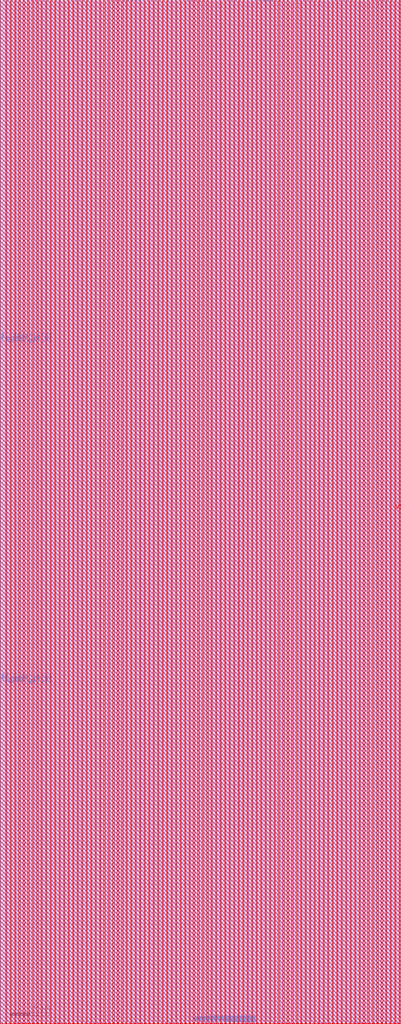
<source format=lef>
# Generated by FakeRAM 2.0
VERSION 5.7 ;
BUSBITCHARS "[]" ;
PROPERTYDEFINITIONS
  MACRO width INTEGER ;
  MACRO depth INTEGER ;
  MACRO banks INTEGER ;
END PROPERTYDEFINITIONS
MACRO fakeram_32x128_2r1w
  PROPERTY width 32 ;
  PROPERTY depth 128 ;
  PROPERTY banks 1 ;
  FOREIGN fakeram_32x128_2r1w 0 0 ;
  SYMMETRY X Y R90 ;
  SIZE 100.380 BY 256.270 ;
  CLASS BLOCK ;
  PIN r0_addr_in[0]
    DIRECTION INPUT ;
    USE SIGNAL ;
    SHAPE ABUTMENT ;
    PORT
      LAYER metal3 ;
      RECT 0.000 84.700 0.070 84.770 ;
    END
  END r0_addr_in[0]
  PIN r0_addr_in[1]
    DIRECTION INPUT ;
    USE SIGNAL ;
    SHAPE ABUTMENT ;
    PORT
      LAYER metal3 ;
      RECT 0.000 84.840 0.070 84.910 ;
    END
  END r0_addr_in[1]
  PIN r0_addr_in[2]
    DIRECTION INPUT ;
    USE SIGNAL ;
    SHAPE ABUTMENT ;
    PORT
      LAYER metal3 ;
      RECT 0.000 84.980 0.070 85.050 ;
    END
  END r0_addr_in[2]
  PIN r0_addr_in[3]
    DIRECTION INPUT ;
    USE SIGNAL ;
    SHAPE ABUTMENT ;
    PORT
      LAYER metal3 ;
      RECT 0.000 85.120 0.070 85.190 ;
    END
  END r0_addr_in[3]
  PIN r0_addr_in[4]
    DIRECTION INPUT ;
    USE SIGNAL ;
    SHAPE ABUTMENT ;
    PORT
      LAYER metal3 ;
      RECT 0.000 85.260 0.070 85.330 ;
    END
  END r0_addr_in[4]
  PIN r0_addr_in[5]
    DIRECTION INPUT ;
    USE SIGNAL ;
    SHAPE ABUTMENT ;
    PORT
      LAYER metal3 ;
      RECT 0.000 85.400 0.070 85.470 ;
    END
  END r0_addr_in[5]
  PIN r0_addr_in[6]
    DIRECTION INPUT ;
    USE SIGNAL ;
    SHAPE ABUTMENT ;
    PORT
      LAYER metal3 ;
      RECT 0.000 85.540 0.070 85.610 ;
    END
  END r0_addr_in[6]
  PIN r0_ce_in
    DIRECTION INPUT ;
    USE SIGNAL ;
    SHAPE ABUTMENT ;
    PORT
      LAYER metal3 ;
      RECT 0.000 85.820 0.070 85.890 ;
    END
  END r0_ce_in
  PIN r0_clk
    DIRECTION INPUT ;
    USE SIGNAL ;
    SHAPE ABUTMENT ;
    PORT
      LAYER metal3 ;
      RECT 0.000 85.960 0.070 86.030 ;
    END
  END r0_clk
  PIN r0_rd_out[0]
    DIRECTION OUTPUT ;
    USE SIGNAL ;
    SHAPE ABUTMENT ;
    PORT
      LAYER metal3 ;
      RECT 31.045 256.200 31.115 256.270 ;
    END
  END r0_rd_out[0]
  PIN r0_rd_out[1]
    DIRECTION OUTPUT ;
    USE SIGNAL ;
    SHAPE ABUTMENT ;
    PORT
      LAYER metal3 ;
      RECT 31.185 256.200 31.255 256.270 ;
    END
  END r0_rd_out[1]
  PIN r0_rd_out[2]
    DIRECTION OUTPUT ;
    USE SIGNAL ;
    SHAPE ABUTMENT ;
    PORT
      LAYER metal3 ;
      RECT 31.325 256.200 31.395 256.270 ;
    END
  END r0_rd_out[2]
  PIN r0_rd_out[3]
    DIRECTION OUTPUT ;
    USE SIGNAL ;
    SHAPE ABUTMENT ;
    PORT
      LAYER metal3 ;
      RECT 31.465 256.200 31.535 256.270 ;
    END
  END r0_rd_out[3]
  PIN r0_rd_out[4]
    DIRECTION OUTPUT ;
    USE SIGNAL ;
    SHAPE ABUTMENT ;
    PORT
      LAYER metal3 ;
      RECT 31.605 256.200 31.675 256.270 ;
    END
  END r0_rd_out[4]
  PIN r0_rd_out[5]
    DIRECTION OUTPUT ;
    USE SIGNAL ;
    SHAPE ABUTMENT ;
    PORT
      LAYER metal3 ;
      RECT 31.745 256.200 31.815 256.270 ;
    END
  END r0_rd_out[5]
  PIN r0_rd_out[6]
    DIRECTION OUTPUT ;
    USE SIGNAL ;
    SHAPE ABUTMENT ;
    PORT
      LAYER metal3 ;
      RECT 31.885 256.200 31.955 256.270 ;
    END
  END r0_rd_out[6]
  PIN r0_rd_out[7]
    DIRECTION OUTPUT ;
    USE SIGNAL ;
    SHAPE ABUTMENT ;
    PORT
      LAYER metal3 ;
      RECT 32.025 256.200 32.095 256.270 ;
    END
  END r0_rd_out[7]
  PIN r0_rd_out[8]
    DIRECTION OUTPUT ;
    USE SIGNAL ;
    SHAPE ABUTMENT ;
    PORT
      LAYER metal3 ;
      RECT 32.165 256.200 32.235 256.270 ;
    END
  END r0_rd_out[8]
  PIN r0_rd_out[9]
    DIRECTION OUTPUT ;
    USE SIGNAL ;
    SHAPE ABUTMENT ;
    PORT
      LAYER metal3 ;
      RECT 32.305 256.200 32.375 256.270 ;
    END
  END r0_rd_out[9]
  PIN r0_rd_out[10]
    DIRECTION OUTPUT ;
    USE SIGNAL ;
    SHAPE ABUTMENT ;
    PORT
      LAYER metal3 ;
      RECT 32.445 256.200 32.515 256.270 ;
    END
  END r0_rd_out[10]
  PIN r0_rd_out[11]
    DIRECTION OUTPUT ;
    USE SIGNAL ;
    SHAPE ABUTMENT ;
    PORT
      LAYER metal3 ;
      RECT 32.585 256.200 32.655 256.270 ;
    END
  END r0_rd_out[11]
  PIN r0_rd_out[12]
    DIRECTION OUTPUT ;
    USE SIGNAL ;
    SHAPE ABUTMENT ;
    PORT
      LAYER metal3 ;
      RECT 32.725 256.200 32.795 256.270 ;
    END
  END r0_rd_out[12]
  PIN r0_rd_out[13]
    DIRECTION OUTPUT ;
    USE SIGNAL ;
    SHAPE ABUTMENT ;
    PORT
      LAYER metal3 ;
      RECT 32.865 256.200 32.935 256.270 ;
    END
  END r0_rd_out[13]
  PIN r0_rd_out[14]
    DIRECTION OUTPUT ;
    USE SIGNAL ;
    SHAPE ABUTMENT ;
    PORT
      LAYER metal3 ;
      RECT 33.005 256.200 33.075 256.270 ;
    END
  END r0_rd_out[14]
  PIN r0_rd_out[15]
    DIRECTION OUTPUT ;
    USE SIGNAL ;
    SHAPE ABUTMENT ;
    PORT
      LAYER metal3 ;
      RECT 33.145 256.200 33.215 256.270 ;
    END
  END r0_rd_out[15]
  PIN r0_rd_out[16]
    DIRECTION OUTPUT ;
    USE SIGNAL ;
    SHAPE ABUTMENT ;
    PORT
      LAYER metal3 ;
      RECT 33.285 256.200 33.355 256.270 ;
    END
  END r0_rd_out[16]
  PIN r0_rd_out[17]
    DIRECTION OUTPUT ;
    USE SIGNAL ;
    SHAPE ABUTMENT ;
    PORT
      LAYER metal3 ;
      RECT 33.425 256.200 33.495 256.270 ;
    END
  END r0_rd_out[17]
  PIN r0_rd_out[18]
    DIRECTION OUTPUT ;
    USE SIGNAL ;
    SHAPE ABUTMENT ;
    PORT
      LAYER metal3 ;
      RECT 33.565 256.200 33.635 256.270 ;
    END
  END r0_rd_out[18]
  PIN r0_rd_out[19]
    DIRECTION OUTPUT ;
    USE SIGNAL ;
    SHAPE ABUTMENT ;
    PORT
      LAYER metal3 ;
      RECT 33.705 256.200 33.775 256.270 ;
    END
  END r0_rd_out[19]
  PIN r0_rd_out[20]
    DIRECTION OUTPUT ;
    USE SIGNAL ;
    SHAPE ABUTMENT ;
    PORT
      LAYER metal3 ;
      RECT 33.845 256.200 33.915 256.270 ;
    END
  END r0_rd_out[20]
  PIN r0_rd_out[21]
    DIRECTION OUTPUT ;
    USE SIGNAL ;
    SHAPE ABUTMENT ;
    PORT
      LAYER metal3 ;
      RECT 33.985 256.200 34.055 256.270 ;
    END
  END r0_rd_out[21]
  PIN r0_rd_out[22]
    DIRECTION OUTPUT ;
    USE SIGNAL ;
    SHAPE ABUTMENT ;
    PORT
      LAYER metal3 ;
      RECT 34.125 256.200 34.195 256.270 ;
    END
  END r0_rd_out[22]
  PIN r0_rd_out[23]
    DIRECTION OUTPUT ;
    USE SIGNAL ;
    SHAPE ABUTMENT ;
    PORT
      LAYER metal3 ;
      RECT 34.265 256.200 34.335 256.270 ;
    END
  END r0_rd_out[23]
  PIN r0_rd_out[24]
    DIRECTION OUTPUT ;
    USE SIGNAL ;
    SHAPE ABUTMENT ;
    PORT
      LAYER metal3 ;
      RECT 34.405 256.200 34.475 256.270 ;
    END
  END r0_rd_out[24]
  PIN r0_rd_out[25]
    DIRECTION OUTPUT ;
    USE SIGNAL ;
    SHAPE ABUTMENT ;
    PORT
      LAYER metal3 ;
      RECT 34.545 256.200 34.615 256.270 ;
    END
  END r0_rd_out[25]
  PIN r0_rd_out[26]
    DIRECTION OUTPUT ;
    USE SIGNAL ;
    SHAPE ABUTMENT ;
    PORT
      LAYER metal3 ;
      RECT 34.685 256.200 34.755 256.270 ;
    END
  END r0_rd_out[26]
  PIN r0_rd_out[27]
    DIRECTION OUTPUT ;
    USE SIGNAL ;
    SHAPE ABUTMENT ;
    PORT
      LAYER metal3 ;
      RECT 34.825 256.200 34.895 256.270 ;
    END
  END r0_rd_out[27]
  PIN r0_rd_out[28]
    DIRECTION OUTPUT ;
    USE SIGNAL ;
    SHAPE ABUTMENT ;
    PORT
      LAYER metal3 ;
      RECT 34.965 256.200 35.035 256.270 ;
    END
  END r0_rd_out[28]
  PIN r0_rd_out[29]
    DIRECTION OUTPUT ;
    USE SIGNAL ;
    SHAPE ABUTMENT ;
    PORT
      LAYER metal3 ;
      RECT 35.105 256.200 35.175 256.270 ;
    END
  END r0_rd_out[29]
  PIN r0_rd_out[30]
    DIRECTION OUTPUT ;
    USE SIGNAL ;
    SHAPE ABUTMENT ;
    PORT
      LAYER metal3 ;
      RECT 35.245 256.200 35.315 256.270 ;
    END
  END r0_rd_out[30]
  PIN r0_rd_out[31]
    DIRECTION OUTPUT ;
    USE SIGNAL ;
    SHAPE ABUTMENT ;
    PORT
      LAYER metal3 ;
      RECT 35.385 256.200 35.455 256.270 ;
    END
  END r0_rd_out[31]
  PIN r1_addr_in[0]
    DIRECTION INPUT ;
    USE SIGNAL ;
    SHAPE ABUTMENT ;
    PORT
      LAYER metal3 ;
      RECT 0.000 169.960 0.070 170.030 ;
    END
  END r1_addr_in[0]
  PIN r1_addr_in[1]
    DIRECTION INPUT ;
    USE SIGNAL ;
    SHAPE ABUTMENT ;
    PORT
      LAYER metal3 ;
      RECT 0.000 170.100 0.070 170.170 ;
    END
  END r1_addr_in[1]
  PIN r1_addr_in[2]
    DIRECTION INPUT ;
    USE SIGNAL ;
    SHAPE ABUTMENT ;
    PORT
      LAYER metal3 ;
      RECT 0.000 170.240 0.070 170.310 ;
    END
  END r1_addr_in[2]
  PIN r1_addr_in[3]
    DIRECTION INPUT ;
    USE SIGNAL ;
    SHAPE ABUTMENT ;
    PORT
      LAYER metal3 ;
      RECT 0.000 170.380 0.070 170.450 ;
    END
  END r1_addr_in[3]
  PIN r1_addr_in[4]
    DIRECTION INPUT ;
    USE SIGNAL ;
    SHAPE ABUTMENT ;
    PORT
      LAYER metal3 ;
      RECT 0.000 170.520 0.070 170.590 ;
    END
  END r1_addr_in[4]
  PIN r1_addr_in[5]
    DIRECTION INPUT ;
    USE SIGNAL ;
    SHAPE ABUTMENT ;
    PORT
      LAYER metal3 ;
      RECT 0.000 170.660 0.070 170.730 ;
    END
  END r1_addr_in[5]
  PIN r1_addr_in[6]
    DIRECTION INPUT ;
    USE SIGNAL ;
    SHAPE ABUTMENT ;
    PORT
      LAYER metal3 ;
      RECT 0.000 170.800 0.070 170.870 ;
    END
  END r1_addr_in[6]
  PIN r1_ce_in
    DIRECTION INPUT ;
    USE SIGNAL ;
    SHAPE ABUTMENT ;
    PORT
      LAYER metal3 ;
      RECT 0.000 171.080 0.070 171.150 ;
    END
  END r1_ce_in
  PIN r1_clk
    DIRECTION INPUT ;
    USE SIGNAL ;
    SHAPE ABUTMENT ;
    PORT
      LAYER metal3 ;
      RECT 0.000 171.220 0.070 171.290 ;
    END
  END r1_clk
  PIN r1_rd_out[0]
    DIRECTION OUTPUT ;
    USE SIGNAL ;
    SHAPE ABUTMENT ;
    PORT
      LAYER metal3 ;
      RECT 64.365 256.200 64.435 256.270 ;
    END
  END r1_rd_out[0]
  PIN r1_rd_out[1]
    DIRECTION OUTPUT ;
    USE SIGNAL ;
    SHAPE ABUTMENT ;
    PORT
      LAYER metal3 ;
      RECT 64.505 256.200 64.575 256.270 ;
    END
  END r1_rd_out[1]
  PIN r1_rd_out[2]
    DIRECTION OUTPUT ;
    USE SIGNAL ;
    SHAPE ABUTMENT ;
    PORT
      LAYER metal3 ;
      RECT 64.645 256.200 64.715 256.270 ;
    END
  END r1_rd_out[2]
  PIN r1_rd_out[3]
    DIRECTION OUTPUT ;
    USE SIGNAL ;
    SHAPE ABUTMENT ;
    PORT
      LAYER metal3 ;
      RECT 64.785 256.200 64.855 256.270 ;
    END
  END r1_rd_out[3]
  PIN r1_rd_out[4]
    DIRECTION OUTPUT ;
    USE SIGNAL ;
    SHAPE ABUTMENT ;
    PORT
      LAYER metal3 ;
      RECT 64.925 256.200 64.995 256.270 ;
    END
  END r1_rd_out[4]
  PIN r1_rd_out[5]
    DIRECTION OUTPUT ;
    USE SIGNAL ;
    SHAPE ABUTMENT ;
    PORT
      LAYER metal3 ;
      RECT 65.065 256.200 65.135 256.270 ;
    END
  END r1_rd_out[5]
  PIN r1_rd_out[6]
    DIRECTION OUTPUT ;
    USE SIGNAL ;
    SHAPE ABUTMENT ;
    PORT
      LAYER metal3 ;
      RECT 65.205 256.200 65.275 256.270 ;
    END
  END r1_rd_out[6]
  PIN r1_rd_out[7]
    DIRECTION OUTPUT ;
    USE SIGNAL ;
    SHAPE ABUTMENT ;
    PORT
      LAYER metal3 ;
      RECT 65.345 256.200 65.415 256.270 ;
    END
  END r1_rd_out[7]
  PIN r1_rd_out[8]
    DIRECTION OUTPUT ;
    USE SIGNAL ;
    SHAPE ABUTMENT ;
    PORT
      LAYER metal3 ;
      RECT 65.485 256.200 65.555 256.270 ;
    END
  END r1_rd_out[8]
  PIN r1_rd_out[9]
    DIRECTION OUTPUT ;
    USE SIGNAL ;
    SHAPE ABUTMENT ;
    PORT
      LAYER metal3 ;
      RECT 65.625 256.200 65.695 256.270 ;
    END
  END r1_rd_out[9]
  PIN r1_rd_out[10]
    DIRECTION OUTPUT ;
    USE SIGNAL ;
    SHAPE ABUTMENT ;
    PORT
      LAYER metal3 ;
      RECT 65.765 256.200 65.835 256.270 ;
    END
  END r1_rd_out[10]
  PIN r1_rd_out[11]
    DIRECTION OUTPUT ;
    USE SIGNAL ;
    SHAPE ABUTMENT ;
    PORT
      LAYER metal3 ;
      RECT 65.905 256.200 65.975 256.270 ;
    END
  END r1_rd_out[11]
  PIN r1_rd_out[12]
    DIRECTION OUTPUT ;
    USE SIGNAL ;
    SHAPE ABUTMENT ;
    PORT
      LAYER metal3 ;
      RECT 66.045 256.200 66.115 256.270 ;
    END
  END r1_rd_out[12]
  PIN r1_rd_out[13]
    DIRECTION OUTPUT ;
    USE SIGNAL ;
    SHAPE ABUTMENT ;
    PORT
      LAYER metal3 ;
      RECT 66.185 256.200 66.255 256.270 ;
    END
  END r1_rd_out[13]
  PIN r1_rd_out[14]
    DIRECTION OUTPUT ;
    USE SIGNAL ;
    SHAPE ABUTMENT ;
    PORT
      LAYER metal3 ;
      RECT 66.325 256.200 66.395 256.270 ;
    END
  END r1_rd_out[14]
  PIN r1_rd_out[15]
    DIRECTION OUTPUT ;
    USE SIGNAL ;
    SHAPE ABUTMENT ;
    PORT
      LAYER metal3 ;
      RECT 66.465 256.200 66.535 256.270 ;
    END
  END r1_rd_out[15]
  PIN r1_rd_out[16]
    DIRECTION OUTPUT ;
    USE SIGNAL ;
    SHAPE ABUTMENT ;
    PORT
      LAYER metal3 ;
      RECT 66.605 256.200 66.675 256.270 ;
    END
  END r1_rd_out[16]
  PIN r1_rd_out[17]
    DIRECTION OUTPUT ;
    USE SIGNAL ;
    SHAPE ABUTMENT ;
    PORT
      LAYER metal3 ;
      RECT 66.745 256.200 66.815 256.270 ;
    END
  END r1_rd_out[17]
  PIN r1_rd_out[18]
    DIRECTION OUTPUT ;
    USE SIGNAL ;
    SHAPE ABUTMENT ;
    PORT
      LAYER metal3 ;
      RECT 66.885 256.200 66.955 256.270 ;
    END
  END r1_rd_out[18]
  PIN r1_rd_out[19]
    DIRECTION OUTPUT ;
    USE SIGNAL ;
    SHAPE ABUTMENT ;
    PORT
      LAYER metal3 ;
      RECT 67.025 256.200 67.095 256.270 ;
    END
  END r1_rd_out[19]
  PIN r1_rd_out[20]
    DIRECTION OUTPUT ;
    USE SIGNAL ;
    SHAPE ABUTMENT ;
    PORT
      LAYER metal3 ;
      RECT 67.165 256.200 67.235 256.270 ;
    END
  END r1_rd_out[20]
  PIN r1_rd_out[21]
    DIRECTION OUTPUT ;
    USE SIGNAL ;
    SHAPE ABUTMENT ;
    PORT
      LAYER metal3 ;
      RECT 67.305 256.200 67.375 256.270 ;
    END
  END r1_rd_out[21]
  PIN r1_rd_out[22]
    DIRECTION OUTPUT ;
    USE SIGNAL ;
    SHAPE ABUTMENT ;
    PORT
      LAYER metal3 ;
      RECT 67.445 256.200 67.515 256.270 ;
    END
  END r1_rd_out[22]
  PIN r1_rd_out[23]
    DIRECTION OUTPUT ;
    USE SIGNAL ;
    SHAPE ABUTMENT ;
    PORT
      LAYER metal3 ;
      RECT 67.585 256.200 67.655 256.270 ;
    END
  END r1_rd_out[23]
  PIN r1_rd_out[24]
    DIRECTION OUTPUT ;
    USE SIGNAL ;
    SHAPE ABUTMENT ;
    PORT
      LAYER metal3 ;
      RECT 67.725 256.200 67.795 256.270 ;
    END
  END r1_rd_out[24]
  PIN r1_rd_out[25]
    DIRECTION OUTPUT ;
    USE SIGNAL ;
    SHAPE ABUTMENT ;
    PORT
      LAYER metal3 ;
      RECT 67.865 256.200 67.935 256.270 ;
    END
  END r1_rd_out[25]
  PIN r1_rd_out[26]
    DIRECTION OUTPUT ;
    USE SIGNAL ;
    SHAPE ABUTMENT ;
    PORT
      LAYER metal3 ;
      RECT 68.005 256.200 68.075 256.270 ;
    END
  END r1_rd_out[26]
  PIN r1_rd_out[27]
    DIRECTION OUTPUT ;
    USE SIGNAL ;
    SHAPE ABUTMENT ;
    PORT
      LAYER metal3 ;
      RECT 68.145 256.200 68.215 256.270 ;
    END
  END r1_rd_out[27]
  PIN r1_rd_out[28]
    DIRECTION OUTPUT ;
    USE SIGNAL ;
    SHAPE ABUTMENT ;
    PORT
      LAYER metal3 ;
      RECT 68.285 256.200 68.355 256.270 ;
    END
  END r1_rd_out[28]
  PIN r1_rd_out[29]
    DIRECTION OUTPUT ;
    USE SIGNAL ;
    SHAPE ABUTMENT ;
    PORT
      LAYER metal3 ;
      RECT 68.425 256.200 68.495 256.270 ;
    END
  END r1_rd_out[29]
  PIN r1_rd_out[30]
    DIRECTION OUTPUT ;
    USE SIGNAL ;
    SHAPE ABUTMENT ;
    PORT
      LAYER metal3 ;
      RECT 68.565 256.200 68.635 256.270 ;
    END
  END r1_rd_out[30]
  PIN r1_rd_out[31]
    DIRECTION OUTPUT ;
    USE SIGNAL ;
    SHAPE ABUTMENT ;
    PORT
      LAYER metal3 ;
      RECT 68.705 256.200 68.775 256.270 ;
    END
  END r1_rd_out[31]
  PIN w0_addr_in[0]
    DIRECTION INPUT ;
    USE SIGNAL ;
    SHAPE ABUTMENT ;
    PORT
      LAYER metal3 ;
      RECT 100.310 127.260 100.380 127.330 ;
    END
  END w0_addr_in[0]
  PIN w0_addr_in[1]
    DIRECTION INPUT ;
    USE SIGNAL ;
    SHAPE ABUTMENT ;
    PORT
      LAYER metal3 ;
      RECT 100.310 127.400 100.380 127.470 ;
    END
  END w0_addr_in[1]
  PIN w0_addr_in[2]
    DIRECTION INPUT ;
    USE SIGNAL ;
    SHAPE ABUTMENT ;
    PORT
      LAYER metal3 ;
      RECT 100.310 127.540 100.380 127.610 ;
    END
  END w0_addr_in[2]
  PIN w0_addr_in[3]
    DIRECTION INPUT ;
    USE SIGNAL ;
    SHAPE ABUTMENT ;
    PORT
      LAYER metal3 ;
      RECT 100.310 127.680 100.380 127.750 ;
    END
  END w0_addr_in[3]
  PIN w0_addr_in[4]
    DIRECTION INPUT ;
    USE SIGNAL ;
    SHAPE ABUTMENT ;
    PORT
      LAYER metal3 ;
      RECT 100.310 127.820 100.380 127.890 ;
    END
  END w0_addr_in[4]
  PIN w0_addr_in[5]
    DIRECTION INPUT ;
    USE SIGNAL ;
    SHAPE ABUTMENT ;
    PORT
      LAYER metal3 ;
      RECT 100.310 127.960 100.380 128.030 ;
    END
  END w0_addr_in[5]
  PIN w0_addr_in[6]
    DIRECTION INPUT ;
    USE SIGNAL ;
    SHAPE ABUTMENT ;
    PORT
      LAYER metal3 ;
      RECT 100.310 128.100 100.380 128.170 ;
    END
  END w0_addr_in[6]
  PIN w0_we_in
    DIRECTION INPUT ;
    USE SIGNAL ;
    SHAPE ABUTMENT ;
    PORT
      LAYER metal3 ;
      RECT 100.310 128.380 100.380 128.450 ;
    END
  END w0_we_in
  PIN w0_ce_in
    DIRECTION INPUT ;
    USE SIGNAL ;
    SHAPE ABUTMENT ;
    PORT
      LAYER metal3 ;
      RECT 100.310 128.520 100.380 128.590 ;
    END
  END w0_ce_in
  PIN w0_clk
    DIRECTION INPUT ;
    USE SIGNAL ;
    SHAPE ABUTMENT ;
    PORT
      LAYER metal3 ;
      RECT 100.310 128.660 100.380 128.730 ;
    END
  END w0_clk
  PIN w0_wd_in[0]
    DIRECTION INPUT ;
    USE SIGNAL ;
    SHAPE ABUTMENT ;
    PORT
      LAYER metal3 ;
      RECT 47.845 0.000 47.915 0.070 ;
    END
  END w0_wd_in[0]
  PIN w0_wd_in[1]
    DIRECTION INPUT ;
    USE SIGNAL ;
    SHAPE ABUTMENT ;
    PORT
      LAYER metal3 ;
      RECT 47.985 0.000 48.055 0.070 ;
    END
  END w0_wd_in[1]
  PIN w0_wd_in[2]
    DIRECTION INPUT ;
    USE SIGNAL ;
    SHAPE ABUTMENT ;
    PORT
      LAYER metal3 ;
      RECT 48.125 0.000 48.195 0.070 ;
    END
  END w0_wd_in[2]
  PIN w0_wd_in[3]
    DIRECTION INPUT ;
    USE SIGNAL ;
    SHAPE ABUTMENT ;
    PORT
      LAYER metal3 ;
      RECT 48.265 0.000 48.335 0.070 ;
    END
  END w0_wd_in[3]
  PIN w0_wd_in[4]
    DIRECTION INPUT ;
    USE SIGNAL ;
    SHAPE ABUTMENT ;
    PORT
      LAYER metal3 ;
      RECT 48.405 0.000 48.475 0.070 ;
    END
  END w0_wd_in[4]
  PIN w0_wd_in[5]
    DIRECTION INPUT ;
    USE SIGNAL ;
    SHAPE ABUTMENT ;
    PORT
      LAYER metal3 ;
      RECT 48.545 0.000 48.615 0.070 ;
    END
  END w0_wd_in[5]
  PIN w0_wd_in[6]
    DIRECTION INPUT ;
    USE SIGNAL ;
    SHAPE ABUTMENT ;
    PORT
      LAYER metal3 ;
      RECT 48.685 0.000 48.755 0.070 ;
    END
  END w0_wd_in[6]
  PIN w0_wd_in[7]
    DIRECTION INPUT ;
    USE SIGNAL ;
    SHAPE ABUTMENT ;
    PORT
      LAYER metal3 ;
      RECT 48.825 0.000 48.895 0.070 ;
    END
  END w0_wd_in[7]
  PIN w0_wd_in[8]
    DIRECTION INPUT ;
    USE SIGNAL ;
    SHAPE ABUTMENT ;
    PORT
      LAYER metal3 ;
      RECT 48.965 0.000 49.035 0.070 ;
    END
  END w0_wd_in[8]
  PIN w0_wd_in[9]
    DIRECTION INPUT ;
    USE SIGNAL ;
    SHAPE ABUTMENT ;
    PORT
      LAYER metal3 ;
      RECT 49.105 0.000 49.175 0.070 ;
    END
  END w0_wd_in[9]
  PIN w0_wd_in[10]
    DIRECTION INPUT ;
    USE SIGNAL ;
    SHAPE ABUTMENT ;
    PORT
      LAYER metal3 ;
      RECT 49.245 0.000 49.315 0.070 ;
    END
  END w0_wd_in[10]
  PIN w0_wd_in[11]
    DIRECTION INPUT ;
    USE SIGNAL ;
    SHAPE ABUTMENT ;
    PORT
      LAYER metal3 ;
      RECT 49.385 0.000 49.455 0.070 ;
    END
  END w0_wd_in[11]
  PIN w0_wd_in[12]
    DIRECTION INPUT ;
    USE SIGNAL ;
    SHAPE ABUTMENT ;
    PORT
      LAYER metal3 ;
      RECT 49.525 0.000 49.595 0.070 ;
    END
  END w0_wd_in[12]
  PIN w0_wd_in[13]
    DIRECTION INPUT ;
    USE SIGNAL ;
    SHAPE ABUTMENT ;
    PORT
      LAYER metal3 ;
      RECT 49.665 0.000 49.735 0.070 ;
    END
  END w0_wd_in[13]
  PIN w0_wd_in[14]
    DIRECTION INPUT ;
    USE SIGNAL ;
    SHAPE ABUTMENT ;
    PORT
      LAYER metal3 ;
      RECT 49.805 0.000 49.875 0.070 ;
    END
  END w0_wd_in[14]
  PIN w0_wd_in[15]
    DIRECTION INPUT ;
    USE SIGNAL ;
    SHAPE ABUTMENT ;
    PORT
      LAYER metal3 ;
      RECT 49.945 0.000 50.015 0.070 ;
    END
  END w0_wd_in[15]
  PIN w0_wd_in[16]
    DIRECTION INPUT ;
    USE SIGNAL ;
    SHAPE ABUTMENT ;
    PORT
      LAYER metal3 ;
      RECT 50.085 0.000 50.155 0.070 ;
    END
  END w0_wd_in[16]
  PIN w0_wd_in[17]
    DIRECTION INPUT ;
    USE SIGNAL ;
    SHAPE ABUTMENT ;
    PORT
      LAYER metal3 ;
      RECT 50.225 0.000 50.295 0.070 ;
    END
  END w0_wd_in[17]
  PIN w0_wd_in[18]
    DIRECTION INPUT ;
    USE SIGNAL ;
    SHAPE ABUTMENT ;
    PORT
      LAYER metal3 ;
      RECT 50.365 0.000 50.435 0.070 ;
    END
  END w0_wd_in[18]
  PIN w0_wd_in[19]
    DIRECTION INPUT ;
    USE SIGNAL ;
    SHAPE ABUTMENT ;
    PORT
      LAYER metal3 ;
      RECT 50.505 0.000 50.575 0.070 ;
    END
  END w0_wd_in[19]
  PIN w0_wd_in[20]
    DIRECTION INPUT ;
    USE SIGNAL ;
    SHAPE ABUTMENT ;
    PORT
      LAYER metal3 ;
      RECT 50.645 0.000 50.715 0.070 ;
    END
  END w0_wd_in[20]
  PIN w0_wd_in[21]
    DIRECTION INPUT ;
    USE SIGNAL ;
    SHAPE ABUTMENT ;
    PORT
      LAYER metal3 ;
      RECT 50.785 0.000 50.855 0.070 ;
    END
  END w0_wd_in[21]
  PIN w0_wd_in[22]
    DIRECTION INPUT ;
    USE SIGNAL ;
    SHAPE ABUTMENT ;
    PORT
      LAYER metal3 ;
      RECT 50.925 0.000 50.995 0.070 ;
    END
  END w0_wd_in[22]
  PIN w0_wd_in[23]
    DIRECTION INPUT ;
    USE SIGNAL ;
    SHAPE ABUTMENT ;
    PORT
      LAYER metal3 ;
      RECT 51.065 0.000 51.135 0.070 ;
    END
  END w0_wd_in[23]
  PIN w0_wd_in[24]
    DIRECTION INPUT ;
    USE SIGNAL ;
    SHAPE ABUTMENT ;
    PORT
      LAYER metal3 ;
      RECT 51.205 0.000 51.275 0.070 ;
    END
  END w0_wd_in[24]
  PIN w0_wd_in[25]
    DIRECTION INPUT ;
    USE SIGNAL ;
    SHAPE ABUTMENT ;
    PORT
      LAYER metal3 ;
      RECT 51.345 0.000 51.415 0.070 ;
    END
  END w0_wd_in[25]
  PIN w0_wd_in[26]
    DIRECTION INPUT ;
    USE SIGNAL ;
    SHAPE ABUTMENT ;
    PORT
      LAYER metal3 ;
      RECT 51.485 0.000 51.555 0.070 ;
    END
  END w0_wd_in[26]
  PIN w0_wd_in[27]
    DIRECTION INPUT ;
    USE SIGNAL ;
    SHAPE ABUTMENT ;
    PORT
      LAYER metal3 ;
      RECT 51.625 0.000 51.695 0.070 ;
    END
  END w0_wd_in[27]
  PIN w0_wd_in[28]
    DIRECTION INPUT ;
    USE SIGNAL ;
    SHAPE ABUTMENT ;
    PORT
      LAYER metal3 ;
      RECT 51.765 0.000 51.835 0.070 ;
    END
  END w0_wd_in[28]
  PIN w0_wd_in[29]
    DIRECTION INPUT ;
    USE SIGNAL ;
    SHAPE ABUTMENT ;
    PORT
      LAYER metal3 ;
      RECT 51.905 0.000 51.975 0.070 ;
    END
  END w0_wd_in[29]
  PIN w0_wd_in[30]
    DIRECTION INPUT ;
    USE SIGNAL ;
    SHAPE ABUTMENT ;
    PORT
      LAYER metal3 ;
      RECT 52.045 0.000 52.115 0.070 ;
    END
  END w0_wd_in[30]
  PIN w0_wd_in[31]
    DIRECTION INPUT ;
    USE SIGNAL ;
    SHAPE ABUTMENT ;
    PORT
      LAYER metal3 ;
      RECT 52.185 0.000 52.255 0.070 ;
    END
  END w0_wd_in[31]
  PIN VSS
    DIRECTION INOUT ;
    USE GROUND ;
    PORT
      LAYER metal4 ;
      RECT 2.450 0.140 2.730 256.130 ;
      RECT 4.690 0.140 4.970 256.130 ;
      RECT 6.930 0.140 7.210 256.130 ;
      RECT 9.170 0.140 9.450 256.130 ;
      RECT 11.410 0.140 11.690 256.130 ;
      RECT 13.650 0.140 13.930 256.130 ;
      RECT 15.890 0.140 16.170 256.130 ;
      RECT 18.130 0.140 18.410 256.130 ;
      RECT 20.370 0.140 20.650 256.130 ;
      RECT 22.610 0.140 22.890 256.130 ;
      RECT 24.850 0.140 25.130 256.130 ;
      RECT 27.090 0.140 27.370 256.130 ;
      RECT 29.330 0.140 29.610 256.130 ;
      RECT 31.570 0.140 31.850 256.130 ;
      RECT 33.810 0.140 34.090 256.130 ;
      RECT 36.050 0.140 36.330 256.130 ;
      RECT 38.290 0.140 38.570 256.130 ;
      RECT 40.530 0.140 40.810 256.130 ;
      RECT 42.770 0.140 43.050 256.130 ;
      RECT 45.010 0.140 45.290 256.130 ;
      RECT 47.250 0.140 47.530 256.130 ;
      RECT 49.490 0.140 49.770 256.130 ;
      RECT 51.730 0.140 52.010 256.130 ;
      RECT 53.970 0.140 54.250 256.130 ;
      RECT 56.210 0.140 56.490 256.130 ;
      RECT 58.450 0.140 58.730 256.130 ;
      RECT 60.690 0.140 60.970 256.130 ;
      RECT 62.930 0.140 63.210 256.130 ;
      RECT 65.170 0.140 65.450 256.130 ;
      RECT 67.410 0.140 67.690 256.130 ;
      RECT 69.650 0.140 69.930 256.130 ;
      RECT 71.890 0.140 72.170 256.130 ;
      RECT 74.130 0.140 74.410 256.130 ;
      RECT 76.370 0.140 76.650 256.130 ;
      RECT 78.610 0.140 78.890 256.130 ;
      RECT 80.850 0.140 81.130 256.130 ;
      RECT 83.090 0.140 83.370 256.130 ;
      RECT 85.330 0.140 85.610 256.130 ;
      RECT 87.570 0.140 87.850 256.130 ;
      RECT 89.810 0.140 90.090 256.130 ;
      RECT 92.050 0.140 92.330 256.130 ;
      RECT 94.290 0.140 94.570 256.130 ;
      RECT 96.530 0.140 96.810 256.130 ;
      RECT 98.770 0.140 99.050 256.130 ;
    END
  END VSS
  PIN VDD
    DIRECTION INOUT ;
    USE POWER ;
    PORT
      LAYER metal4 ;
      RECT 1.330 0.140 1.610 256.130 ;
      RECT 3.570 0.140 3.850 256.130 ;
      RECT 5.810 0.140 6.090 256.130 ;
      RECT 8.050 0.140 8.330 256.130 ;
      RECT 10.290 0.140 10.570 256.130 ;
      RECT 12.530 0.140 12.810 256.130 ;
      RECT 14.770 0.140 15.050 256.130 ;
      RECT 17.010 0.140 17.290 256.130 ;
      RECT 19.250 0.140 19.530 256.130 ;
      RECT 21.490 0.140 21.770 256.130 ;
      RECT 23.730 0.140 24.010 256.130 ;
      RECT 25.970 0.140 26.250 256.130 ;
      RECT 28.210 0.140 28.490 256.130 ;
      RECT 30.450 0.140 30.730 256.130 ;
      RECT 32.690 0.140 32.970 256.130 ;
      RECT 34.930 0.140 35.210 256.130 ;
      RECT 37.170 0.140 37.450 256.130 ;
      RECT 39.410 0.140 39.690 256.130 ;
      RECT 41.650 0.140 41.930 256.130 ;
      RECT 43.890 0.140 44.170 256.130 ;
      RECT 46.130 0.140 46.410 256.130 ;
      RECT 48.370 0.140 48.650 256.130 ;
      RECT 50.610 0.140 50.890 256.130 ;
      RECT 52.850 0.140 53.130 256.130 ;
      RECT 55.090 0.140 55.370 256.130 ;
      RECT 57.330 0.140 57.610 256.130 ;
      RECT 59.570 0.140 59.850 256.130 ;
      RECT 61.810 0.140 62.090 256.130 ;
      RECT 64.050 0.140 64.330 256.130 ;
      RECT 66.290 0.140 66.570 256.130 ;
      RECT 68.530 0.140 68.810 256.130 ;
      RECT 70.770 0.140 71.050 256.130 ;
      RECT 73.010 0.140 73.290 256.130 ;
      RECT 75.250 0.140 75.530 256.130 ;
      RECT 77.490 0.140 77.770 256.130 ;
      RECT 79.730 0.140 80.010 256.130 ;
      RECT 81.970 0.140 82.250 256.130 ;
      RECT 84.210 0.140 84.490 256.130 ;
      RECT 86.450 0.140 86.730 256.130 ;
      RECT 88.690 0.140 88.970 256.130 ;
      RECT 90.930 0.140 91.210 256.130 ;
      RECT 93.170 0.140 93.450 256.130 ;
      RECT 95.410 0.140 95.690 256.130 ;
      RECT 97.650 0.140 97.930 256.130 ;
      RECT 99.890 0.140 100.170 256.130 ;
    END
  END VDD
  OBS
    LAYER metal1 ;
    RECT 0 0 100.380 256.270 ;
    LAYER metal2 ;
    RECT 0 0 100.380 256.270 ;
    LAYER metal3 ;
    RECT 0 0 100.380 256.270 ;
    LAYER metal4 ;
    RECT 0 0 100.380 256.270 ;
    LAYER OVERLAP ;
    RECT 0 0 100.380 256.270 ;
  END
END fakeram_32x128_2r1w

END LIBRARY

</source>
